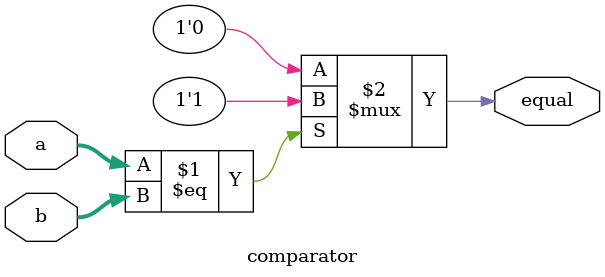
<source format=v>
`timescale 1ns / 1ns
module comparator (input [31:0] a, b, 
                   output equal);
                   
  assign equal = (a == b) ? 1'b1 : 1'b0;
endmodule
</source>
